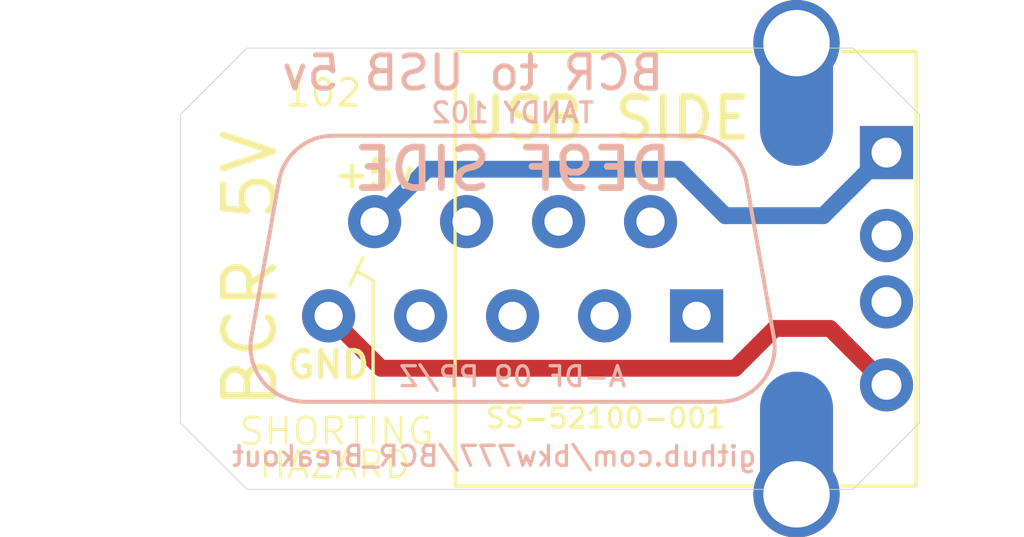
<source format=kicad_pcb>
(kicad_pcb (version 20171130) (host pcbnew 5.1.5-52549c5~84~ubuntu19.04.1)

  (general
    (thickness 1.6)
    (drawings 30)
    (tracks 10)
    (zones 0)
    (modules 2)
    (nets 4)
  )

  (page A4)
  (layers
    (0 F.Cu signal)
    (31 B.Cu signal)
    (32 B.Adhes user)
    (33 F.Adhes user)
    (34 B.Paste user)
    (35 F.Paste user)
    (36 B.SilkS user)
    (37 F.SilkS user)
    (38 B.Mask user)
    (39 F.Mask user)
    (40 Dwgs.User user hide)
    (41 Cmts.User user hide)
    (42 Eco1.User user hide)
    (43 Eco2.User user hide)
    (44 Edge.Cuts user)
    (45 Margin user hide)
    (46 B.CrtYd user hide)
    (47 F.CrtYd user hide)
    (48 B.Fab user hide)
    (49 F.Fab user hide)
  )

  (setup
    (last_trace_width 0.25)
    (user_trace_width 0.508)
    (trace_clearance 0.2)
    (zone_clearance 0.508)
    (zone_45_only no)
    (trace_min 0.2)
    (via_size 0.8)
    (via_drill 0.4)
    (via_min_size 0.4)
    (via_min_drill 0.3)
    (user_via 0.508 0.3048)
    (uvia_size 0.3)
    (uvia_drill 0.1)
    (uvias_allowed no)
    (uvia_min_size 0.2)
    (uvia_min_drill 0.1)
    (edge_width 0.025)
    (segment_width 0.2)
    (pcb_text_width 0.3)
    (pcb_text_size 1.5 1.5)
    (mod_edge_width 0.1016)
    (mod_text_size 1 1)
    (mod_text_width 0.15)
    (pad_size 1.524 1.524)
    (pad_drill 0.762)
    (pad_to_mask_clearance 0)
    (aux_axis_origin 0 0)
    (grid_origin 127 95.758)
    (visible_elements FFFFFF7F)
    (pcbplotparams
      (layerselection 0x010fc_ffffffff)
      (usegerberextensions false)
      (usegerberattributes false)
      (usegerberadvancedattributes false)
      (creategerberjobfile false)
      (excludeedgelayer true)
      (linewidth 0.100000)
      (plotframeref false)
      (viasonmask false)
      (mode 1)
      (useauxorigin false)
      (hpglpennumber 1)
      (hpglpenspeed 20)
      (hpglpendiameter 15.000000)
      (psnegative false)
      (psa4output false)
      (plotreference true)
      (plotvalue true)
      (plotinvisibletext false)
      (padsonsilk false)
      (subtractmaskfromsilk false)
      (outputformat 1)
      (mirror false)
      (drillshape 1)
      (scaleselection 1)
      (outputdirectory ""))
  )

  (net 0 "")
  (net 1 /+5V)
  (net 2 /GND)
  (net 3 "Net-(CN2-PadSH)")

  (net_class Default "This is the default net class."
    (clearance 0.2)
    (trace_width 0.25)
    (via_dia 0.8)
    (via_drill 0.4)
    (uvia_dia 0.3)
    (uvia_drill 0.1)
    (add_net /+5V)
    (add_net /GND)
    (add_net "Net-(CN2-PadSH)")
  )

  (module 0_LOCAL:DSUB-9_Female_Vertical_metal (layer B.Cu) (tedit 5F176B94) (tstamp 5F0FF5C2)
    (at 132.54 97.178)
    (descr "9-pin D-Sub connector, straight/vertical, THT-mount, female, pitch 2.77x2.84mm, distance of mounting holes 25mm, see https://disti-assets.s3.amazonaws.com/tonar/files/datasheets/16730.pdf")
    (tags "9-pin D-Sub connector straight vertical THT female pitch 2.77x2.84mm mounting holes distance 25mm")
    (path /5F0C8236)
    (fp_text reference CN1 (at -5.5372 1.7018) (layer B.SilkS) hide
      (effects (font (size 1 1) (thickness 0.15)) (justify mirror))
    )
    (fp_text value DB9_Female (at -5.54 -8.73) (layer B.Fab)
      (effects (font (size 1 1) (thickness 0.15)) (justify mirror))
    )
    (fp_line (start 4.05 -6.775) (end -15.15 -6.775) (layer Dwgs.User) (width 0.12))
    (fp_line (start 4.05 3.925) (end 4.05 -6.775) (layer Dwgs.User) (width 0.12))
    (fp_line (start -15.15 3.925) (end 4.05 3.925) (layer Dwgs.User) (width 0.12))
    (fp_line (start -15.15 -6.775) (end -15.15 3.925) (layer Dwgs.User) (width 0.12))
    (fp_text user %R (at -5.54 -1.42) (layer B.Fab)
      (effects (font (size 1 1) (thickness 0.15)) (justify mirror))
    )
    (fp_line (start 9.85 4.35) (end -20.95 4.35) (layer B.CrtYd) (width 0.05))
    (fp_line (start 9.85 -7.19) (end 9.85 4.35) (layer B.CrtYd) (width 0.05))
    (fp_line (start -20.95 -7.19) (end 9.85 -7.19) (layer B.CrtYd) (width 0.05))
    (fp_line (start -20.95 4.35) (end -20.95 -7.19) (layer B.CrtYd) (width 0.05))
    (fp_line (start -13.40647 0.641744) (end -12.577733 -4.058256) (layer B.SilkS) (width 0.12))
    (fp_line (start 2.32647 0.641744) (end 1.497733 -4.058256) (layer B.SilkS) (width 0.12))
    (fp_line (start -10.942952 -5.43) (end -0.137048 -5.43) (layer B.SilkS) (width 0.12))
    (fp_line (start -11.771689 2.59) (end 0.691689 2.59) (layer B.SilkS) (width 0.12))
    (fp_line (start -13.358887 0.652163) (end -12.53015 -4.047837) (layer B.Fab) (width 0.1))
    (fp_line (start 2.278887 0.652163) (end 1.45015 -4.047837) (layer B.Fab) (width 0.1))
    (fp_line (start -10.954457 -5.37) (end -0.125543 -5.37) (layer B.Fab) (width 0.1))
    (fp_line (start -11.783194 2.53) (end 0.703194 2.53) (layer B.Fab) (width 0.1))
    (fp_arc (start -0.137048 -3.77) (end -0.137048 -5.43) (angle 80) (layer B.SilkS) (width 0.12))
    (fp_arc (start -10.942952 -3.77) (end -10.942952 -5.43) (angle -80) (layer B.SilkS) (width 0.12))
    (fp_arc (start 0.691689 0.93) (end 0.691689 2.59) (angle -100) (layer B.SilkS) (width 0.12))
    (fp_arc (start -11.771689 0.93) (end -11.771689 2.59) (angle 100) (layer B.SilkS) (width 0.12))
    (fp_arc (start -0.125543 -3.77) (end -0.125543 -5.37) (angle 80) (layer B.Fab) (width 0.1))
    (fp_arc (start -10.954457 -3.77) (end -10.954457 -5.37) (angle -80) (layer B.Fab) (width 0.1))
    (fp_arc (start 0.703194 0.93) (end 0.703194 2.53) (angle -100) (layer B.Fab) (width 0.1))
    (fp_arc (start -11.783194 0.93) (end -11.783194 2.53) (angle 100) (layer B.Fab) (width 0.1))
    (fp_line (start -5.54 -0.82) (end -5.54 -2.02) (layer Dwgs.User) (width 0.01))
    (fp_line (start -6.54 -1.42) (end -4.54 -1.42) (layer Dwgs.User) (width 0.01))
    (pad 9 thru_hole circle (at -9.695 -2.84) (size 1.6 1.6) (drill 0.85) (layers *.Cu *.Mask)
      (net 1 /+5V))
    (pad 8 thru_hole circle (at -6.925 -2.84) (size 1.6 1.6) (drill 0.85) (layers *.Cu *.Mask))
    (pad 7 thru_hole circle (at -4.155 -2.84) (size 1.6 1.6) (drill 0.85) (layers *.Cu *.Mask))
    (pad 6 thru_hole circle (at -1.385 -2.84) (size 1.6 1.6) (drill 0.85) (layers *.Cu *.Mask))
    (pad 5 thru_hole circle (at -11.08 0) (size 1.6 1.6) (drill 0.85) (layers *.Cu *.Mask)
      (net 2 /GND))
    (pad 4 thru_hole circle (at -8.31 0) (size 1.6 1.6) (drill 0.85) (layers *.Cu *.Mask))
    (pad 3 thru_hole circle (at -5.54 0) (size 1.6 1.6) (drill 0.85) (layers *.Cu *.Mask))
    (pad 2 thru_hole circle (at -2.77 0) (size 1.6 1.6) (drill 0.85) (layers *.Cu *.Mask))
    (pad 1 thru_hole rect (at 0 0) (size 1.6 1.6) (drill 0.85) (layers *.Cu *.Mask))
    (model ${KIPRJMOD}/3dmodels/DE9F_metal.step
      (offset (xyz -5.528 -1.42 6.35))
      (scale (xyz 1 1 1))
      (rotate (xyz 0 0 0))
    )
  )

  (module 0_LOCAL:USB_A_Female_UE27AC54100_cut (layer F.Cu) (tedit 5F17705D) (tstamp 5F0C1E7E)
    (at 135.55 95.758 270)
    (path /5F0C3585)
    (fp_text reference CN2 (at 0 -0.889 270 unlocked) (layer F.SilkS) hide
      (effects (font (size 1 1) (thickness 0.15)))
    )
    (fp_text value UE27AC54100 (at 0 11.35 270) (layer F.Fab)
      (effects (font (size 1 1) (thickness 0.15)))
    )
    (fp_line (start -6.55 -3.6) (end 6.55 -3.6) (layer F.SilkS) (width 0.1))
    (fp_line (start 6.55 1.35) (end 6.55 10.28) (layer F.SilkS) (width 0.1))
    (fp_line (start -6.55 1.35) (end -6.55 10.28) (layer F.SilkS) (width 0.1))
    (fp_line (start -6.55 -3.6) (end -6.55 -1.35) (layer F.SilkS) (width 0.1))
    (fp_line (start -6.55 -3.6) (end 6.55 -3.6) (layer F.Fab) (width 0.1))
    (fp_line (start 6.55 -3.6) (end 6.55 10.28) (layer F.Fab) (width 0.1))
    (fp_line (start -6.55 -3.6) (end -6.55 10.28) (layer F.Fab) (width 0.1))
    (fp_line (start -6.55 10.28) (end 6.55 10.28) (layer F.Fab) (width 0.1))
    (fp_line (start 6.55 -3.6) (end 6.55 -1.35) (layer F.SilkS) (width 0.1))
    (fp_line (start 6.55 10.28) (end -6.55 10.28) (layer F.SilkS) (width 0.1))
    (fp_line (start -6.75 -3.94) (end 6.75 -3.94) (layer F.CrtYd) (width 0.05))
    (fp_line (start 6.75 -3.94) (end 6.75 10.375) (layer F.CrtYd) (width 0.05))
    (fp_line (start -6.75 -3.94) (end -6.75 10.375) (layer F.CrtYd) (width 0.05))
    (fp_line (start -6.75 10.375) (end 6.75 10.375) (layer F.CrtYd) (width 0.05))
    (fp_text user %R (at -0.025 0.975 270) (layer F.Fab)
      (effects (font (size 1 1) (thickness 0.15)))
    )
    (pad SH smd oval (at 7 0 270) (size 4.8 2.2) (drill (offset -1.5 0)) (layers B.Cu B.Paste B.Mask)
      (net 3 "Net-(CN2-PadSH)"))
    (pad SH smd oval (at -7 0 270) (size 4.8 2.2) (drill (offset 1.5 0)) (layers B.Cu B.Paste B.Mask)
      (net 3 "Net-(CN2-PadSH)"))
    (pad 4 thru_hole circle (at 3.5 -2.71 270) (size 1.6 1.6) (drill 0.9) (layers *.Cu *.Mask)
      (net 2 /GND))
    (pad 3 thru_hole circle (at 1 -2.71 270) (size 1.6 1.6) (drill 0.9) (layers *.Cu *.Mask))
    (pad 2 thru_hole circle (at -1 -2.71 270) (size 1.6 1.6) (drill 0.9) (layers *.Cu *.Mask))
    (pad 1 thru_hole rect (at -3.5 -2.71 270) (size 1.6 1.6) (drill 0.9) (layers *.Cu *.Mask)
      (net 1 /+5V))
    (pad SH thru_hole circle (at 6.8 0 270) (size 2.6 2.6) (drill 2) (layers *.Cu *.Mask)
      (net 3 "Net-(CN2-PadSH)"))
    (pad SH thru_hole circle (at -6.8 0 270) (size 2.6 2.6) (drill 2) (layers *.Cu *.Mask)
      (net 3 "Net-(CN2-PadSH)"))
    (model ${KIPRJMOD}/3dmodels/USB-A_female_horiz_thru.step
      (offset (xyz 0 3.5 6.9))
      (scale (xyz 1 1 1))
      (rotate (xyz 0 0 0))
    )
  )

  (gr_line (start 117 100.408) (end 117 91.108) (layer Edge.Cuts) (width 0.025) (tstamp 5F179EBA))
  (gr_line (start 137.25 89.108) (end 119 89.108) (layer Edge.Cuts) (width 0.025))
  (gr_line (start 139.25 100.408) (end 139.25 91.108) (layer Edge.Cuts) (width 0.025) (tstamp 5F179E67))
  (gr_line (start 137.25 102.408) (end 119 102.408) (layer Edge.Cuts) (width 0.025) (tstamp 5F179E5C))
  (gr_line (start 119 89.108) (end 117 91.108) (layer Edge.Cuts) (width 0.025) (tstamp 5F179DE5))
  (gr_line (start 139.25 91.108) (end 137.25 89.108) (layer Edge.Cuts) (width 0.025))
  (gr_line (start 137.25 102.408) (end 139.25 100.408) (layer Edge.Cuts) (width 0.025))
  (gr_line (start 117 100.408) (end 119 102.408) (layer Edge.Cuts) (width 0.025))
  (gr_line (start 122.1 96.258) (end 122.5 95.408) (layer F.SilkS) (width 0.1016))
  (gr_line (start 122.8 96.108) (end 122.35 95.858) (layer F.SilkS) (width 0.1016))
  (gr_line (start 122.8 99.808) (end 122.8 96.108) (layer F.SilkS) (width 0.1016))
  (gr_text SHORTING (at 121.7 100.658) (layer F.SilkS) (tstamp 5F1045CF)
    (effects (font (size 0.8 0.8) (thickness 0.08)))
  )
  (gr_text HAZARD (at 121.65 101.658) (layer F.SilkS)
    (effects (font (size 0.8 0.8) (thickness 0.08)))
  )
  (gr_text +5v (at 122.85 92.908) (layer F.SilkS) (tstamp 5F104553)
    (effects (font (size 0.8 0.8) (thickness 0.15)))
  )
  (gr_text GND (at 121.45 98.658) (layer F.SilkS)
    (effects (font (size 0.8 0.8) (thickness 0.15)))
  )
  (gr_text 102 (at 121.3 90.458) (layer F.SilkS) (tstamp 5F1025C2)
    (effects (font (size 0.8 0.8) (thickness 0.1)))
  )
  (gr_line (start 136.6 90.408) (end 136.6 101.108) (layer Dwgs.User) (width 0.15) (tstamp 5F0FEDB0))
  (gr_line (start 117.4 90.408) (end 136.6 90.408) (layer Dwgs.User) (width 0.15))
  (gr_line (start 117.4 101.108) (end 117.4 90.408) (layer Dwgs.User) (width 0.15))
  (gr_line (start 117.4 101.108) (end 136.6 101.108) (layer Dwgs.User) (width 0.15))
  (gr_text "A-DF 09 PP/Z" (at 127 99.008) (layer B.SilkS) (tstamp 5F0FB6BF)
    (effects (font (size 0.6 0.6) (thickness 0.1)) (justify mirror))
  )
  (gr_text SS-52100-001 (at 129.8 100.258) (layer F.SilkS) (tstamp 5F0FB5FB)
    (effects (font (size 0.6 0.6) (thickness 0.1)))
  )
  (gr_text github.com/bkw777/BCR_Breakout (at 126.45 101.408) (layer B.SilkS) (tstamp 5F0FA981)
    (effects (font (size 0.6 0.6) (thickness 0.1)) (justify mirror))
  )
  (gr_text "TANDY 102" (at 127 91.058) (layer B.SilkS) (tstamp 5F0FA697)
    (effects (font (size 0.6 0.6) (thickness 0.1)) (justify mirror))
  )
  (gr_text "BCR to USB 5v" (at 125.8 89.858) (layer B.SilkS)
    (effects (font (size 1 1) (thickness 0.15)) (justify mirror))
  )
  (gr_line (start 114.3 87.376) (end 139.7 104.14) (layer Dwgs.User) (width 0.0254))
  (gr_line (start 114.3 104.14) (end 139.7 87.376) (layer Dwgs.User) (width 0.0254))
  (gr_text "BCR 5V" (at 119.1 95.758 90) (layer F.SilkS)
    (effects (font (size 1.5 1.5) (thickness 0.2)))
  )
  (gr_text "DE9F SIDE" (at 127.00508 92.758) (layer B.SilkS)
    (effects (font (size 1.2192 1.2192) (thickness 0.2032)) (justify mirror))
  )
  (gr_text "USB SIDE" (at 129.825 91.233) (layer F.SilkS)
    (effects (font (size 1.2192 1.2192) (thickness 0.2032)))
  )

  (segment (start 133.4 94.158) (end 132 92.758) (width 0.508) (layer B.Cu) (net 1))
  (segment (start 132 92.758) (end 124.425 92.758) (width 0.508) (layer B.Cu) (net 1))
  (segment (start 138.26 92.258) (end 136.36 94.158) (width 0.508) (layer B.Cu) (net 1))
  (segment (start 124.425 92.758) (end 122.845 94.338) (width 0.508) (layer B.Cu) (net 1))
  (segment (start 136.36 94.158) (end 133.4 94.158) (width 0.508) (layer B.Cu) (net 1))
  (segment (start 123.04 98.758) (end 121.46 97.178) (width 0.508) (layer F.Cu) (net 2))
  (segment (start 133.7 98.758) (end 123.04 98.758) (width 0.508) (layer F.Cu) (net 2))
  (segment (start 134.9 97.558) (end 133.7 98.758) (width 0.508) (layer F.Cu) (net 2))
  (segment (start 138.26 99.258) (end 136.56 97.558) (width 0.508) (layer F.Cu) (net 2))
  (segment (start 136.56 97.558) (end 134.9 97.558) (width 0.508) (layer F.Cu) (net 2))

)

</source>
